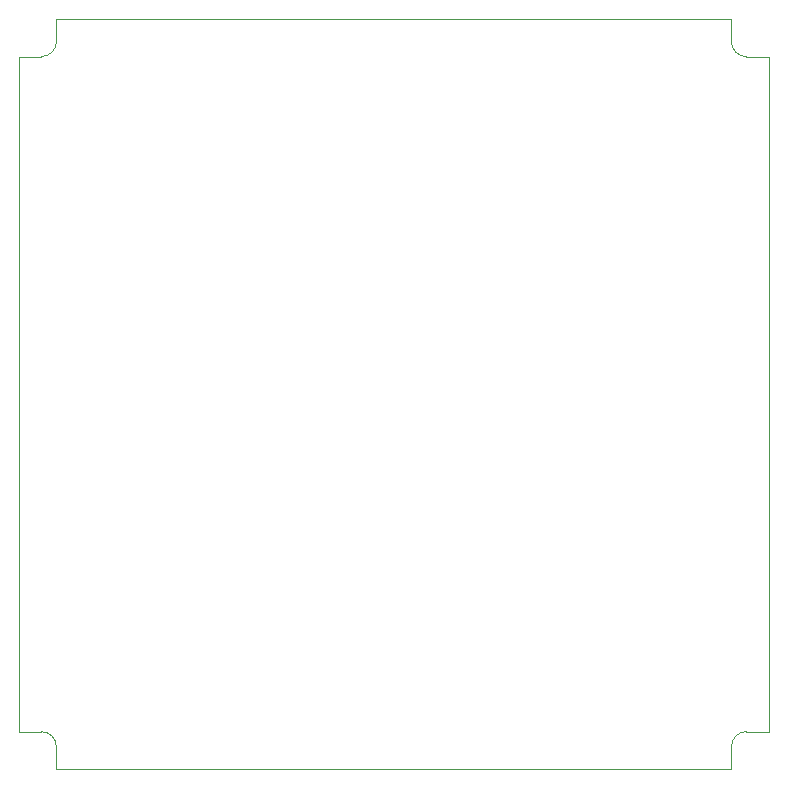
<source format=gbr>
%TF.GenerationSoftware,Altium Limited,Altium Designer,24.2.2 (26)*%
G04 Layer_Color=0*
%FSLAX45Y45*%
%MOMM*%
%TF.SameCoordinates,B44B2995-802D-4FBC-A6AD-B2E30319FF36*%
%TF.FilePolarity,Positive*%
%TF.FileFunction,Profile,NP*%
%TF.Part,Single*%
G01*
G75*
%TA.AperFunction,Profile*%
%ADD93C,0.02540*%
D93*
X0Y317500D02*
X190500D01*
D02*
G02*
X317500Y190500I0J-127000D01*
G01*
Y0D01*
X6032500D01*
Y190500D01*
D02*
G02*
X6159500Y317500I127000J0D01*
G01*
X6350000D01*
Y6032500D01*
X6159500D01*
D02*
G02*
X6032500Y6159500I0J127000D01*
G01*
Y6350000D01*
X317500D01*
Y6159500D01*
D02*
G02*
X190500Y6032500I-127000J0D01*
G01*
X0D01*
Y317500D01*
%TF.MD5,229e0c4b664eb62778f482250d83fa97*%
M02*

</source>
